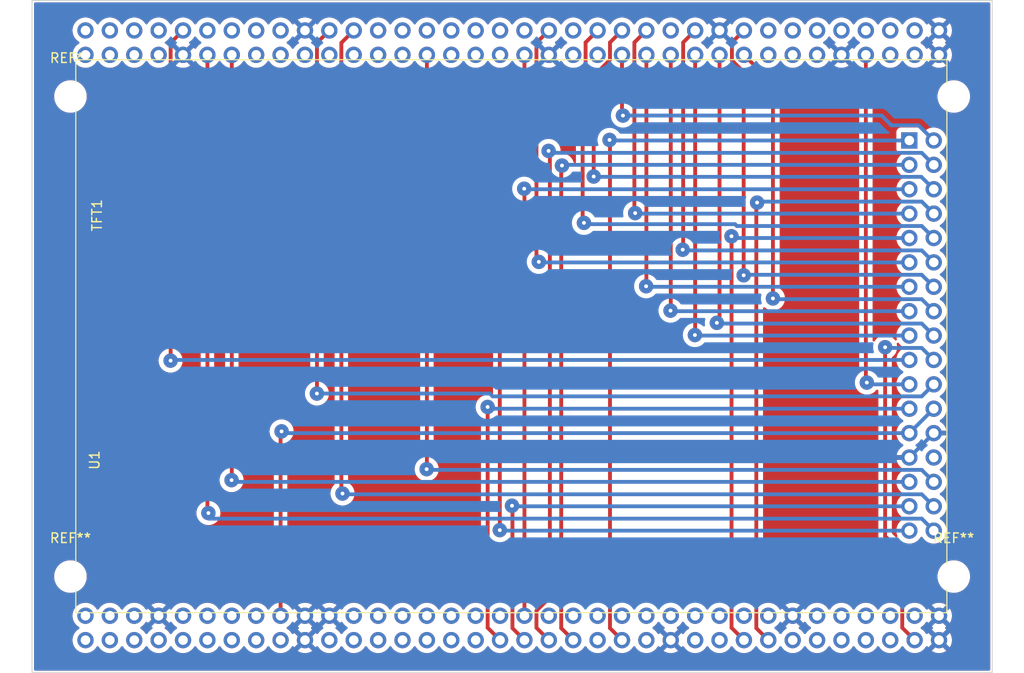
<source format=kicad_pcb>
(kicad_pcb (version 20221018) (generator pcbnew)
  (layers (0 "F.Cu" signal) (31 "B.Cu" signal) (34 "B.Paste" user) (35 "F.Paste" user) (36 "B.SilkS" user "B.Silkscreen") (37 "F.SilkS" user "F.Silkscreen") (38 "B.Mask" user) (39 "F.Mask" user) (44 "Edge.Cuts" user))
  (net 0 "")
  (net 17 "5V")
  (net 32 "LCD_RD")
  (net 34 "LCD_WR")
  (net 38 "LCD_CS")
  (net 50 "LCD_RST")
  (net 91 "LCD_RS")
  (net 99 "LCD_BL")
  (net 105 "GND")
  (net 107 "SPI_MISO")
  (net 108 "SPI_MOSI")
  (net 109 "PEN")
  (net 110 "F_CS")
  (net 111 "T_CS")
  (net 112 "SPI_CLK")
  (net 113 "SD_CS")
  (net 116 "D0")
  (net 117 "D1")
  (net 118 "D2")
  (net 119 "D3")
  (net 120 "D4")
  (net 121 "D5")
  (net 122 "D6")
  (net 123 "D7")
  (net 124 "D8")
  (net 125 "D9")
  (net 126 "D10")
  (net 127 "D11")
  (net 128 "D12")
  (net 129 "D13")
  (net 130 "D14")
  (net 131 "D15")
  (footprint "zombie_display:3.2_TFT_ILI9341" (layer "F.Cu") (at 205.284 66.168 180)
    (fp_text reference "TFT1" (at 88.52 -16.205 90) (layer "F.SilkS"))
    (fp_text value "3.2 TFT ILI9341 parallel")
    (fp_line (start 0 -57.6) (end 90.73 -57.6) (stroke (width 0.12)) (layer "F.SilkS"))
    (fp_line (start 0 0) (end 0 -57.6) (stroke (width 0.12)) (layer "F.SilkS"))
    (fp_line (start 0 0) (end 90.73 0) (stroke (width 0.12)) (layer "F.SilkS"))
    (fp_line (start 90.73 0) (end 90.73 -57.6) (stroke (width 0.12)) (layer "F.SilkS"))
    (pad "1" thru_hole rect (at 3.91 -8.413) (size 1.7 1.7) (drill 1) (layers "*.Cu" "*.Mask") (net 38 "LCD_CS"))
    (pad "2" thru_hole oval (at 1.37 -8.413) (size 1.7 1.7) (drill 1) (layers "*.Cu" "*.Mask") (net 91 "LCD_RS"))
    (pad "3" thru_hole oval (at 3.91 -10.953) (size 1.7 1.7) (drill 1) (layers "*.Cu" "*.Mask") (net 34 "LCD_WR"))
    (pad "4" thru_hole oval (at 1.37 -10.953) (size 1.7 1.7) (drill 1) (layers "*.Cu" "*.Mask") (net 32 "LCD_RD"))
    (pad "5" thru_hole oval (at 3.91 -13.493) (size 1.7 1.7) (drill 1) (layers "*.Cu" "*.Mask") (net 50 "LCD_RST"))
    (pad "6" thru_hole oval (at 1.37 -13.493) (size 1.7 1.7) (drill 1) (layers "*.Cu" "*.Mask") (net 116 "D0"))
    (pad "7" thru_hole oval (at 3.91 -16.033) (size 1.7 1.7) (drill 1) (layers "*.Cu" "*.Mask") (net 117 "D1"))
    (pad "8" thru_hole oval (at 1.37 -16.033) (size 1.7 1.7) (drill 1) (layers "*.Cu" "*.Mask") (net 118 "D2"))
    (pad "9" thru_hole oval (at 3.91 -18.573) (size 1.7 1.7) (drill 1) (layers "*.Cu" "*.Mask") (net 119 "D3"))
    (pad "10" thru_hole oval (at 1.37 -18.573) (size 1.7 1.7) (drill 1) (layers "*.Cu" "*.Mask") (net 120 "D4"))
    (pad "11" thru_hole oval (at 3.91 -21.113) (size 1.7 1.7) (drill 1) (layers "*.Cu" "*.Mask") (net 121 "D5"))
    (pad "12" thru_hole oval (at 1.37 -21.113) (size 1.7 1.7) (drill 1) (layers "*.Cu" "*.Mask") (net 122 "D6"))
    (pad "13" thru_hole oval (at 3.91 -23.653) (size 1.7 1.7) (drill 1) (layers "*.Cu" "*.Mask") (net 123 "D7"))
    (pad "14" thru_hole oval (at 1.37 -23.653) (size 1.7 1.7) (drill 1) (layers "*.Cu" "*.Mask") (net 124 "D8"))
    (pad "15" thru_hole oval (at 3.91 -26.193) (size 1.7 1.7) (drill 1) (layers "*.Cu" "*.Mask") (net 125 "D9"))
    (pad "16" thru_hole oval (at 1.37 -26.193) (size 1.7 1.7) (drill 1) (layers "*.Cu" "*.Mask") (net 126 "D10"))
    (pad "17" thru_hole oval (at 3.91 -28.733) (size 1.7 1.7) (drill 1) (layers "*.Cu" "*.Mask") (net 127 "D11"))
    (pad "18" thru_hole oval (at 1.37 -28.733) (size 1.7 1.7) (drill 1) (layers "*.Cu" "*.Mask") (net 128 "D12"))
    (pad "19" thru_hole oval (at 3.91 -31.273) (size 1.7 1.7) (drill 1) (layers "*.Cu" "*.Mask") (net 129 "D13"))
    (pad "20" thru_hole oval (at 1.37 -31.273) (size 1.7 1.7) (drill 1) (layers "*.Cu" "*.Mask") (net 130 "D14"))
    (pad "21" thru_hole oval (at 3.91 -33.813) (size 1.7 1.7) (drill 1) (layers "*.Cu" "*.Mask") (net 131 "D15"))
    (pad "22" thru_hole oval (at 1.37 -33.813) (size 1.7 1.7) (drill 1) (layers "*.Cu" "*.Mask") (net 113 "SD_CS"))
    (pad "23" thru_hole oval (at 3.91 -36.353) (size 1.7 1.7) (drill 1) (layers "*.Cu" "*.Mask") (net 99 "LCD_BL"))
    (pad "24" thru_hole oval (at 1.37 -36.353) (size 1.7 1.7) (drill 1) (layers "*.Cu" "*.Mask") (net 17 "5V"))
    (pad "25" thru_hole oval (at 3.91 -38.893) (size 1.7 1.7) (drill 1) (layers "*.Cu" "*.Mask") (net 17 "5V"))
    (pad "26" thru_hole oval (at 1.37 -38.893) (size 1.7 1.7) (drill 1) (layers "*.Cu" "*.Mask") (net 105 "GND"))
    (pad "27" thru_hole oval (at 3.91 -41.433) (size 1.7 1.7) (drill 1) (layers "*.Cu" "*.Mask") (net 105 "GND"))
    (pad "28" thru_hole oval (at 1.37 -41.433) (size 1.7 1.7) (drill 1) (layers "*.Cu" "*.Mask"))
    (pad "29" thru_hole oval (at 3.91 -43.973) (size 1.7 1.7) (drill 1) (layers "*.Cu" "*.Mask") (net 107 "SPI_MISO"))
    (pad "30" thru_hole oval (at 1.37 -43.973) (size 1.7 1.7) (drill 1) (layers "*.Cu" "*.Mask") (net 108 "SPI_MOSI"))
    (pad "31" thru_hole oval (at 3.91 -46.513) (size 1.7 1.7) (drill 1) (layers "*.Cu" "*.Mask") (net 109 "PEN"))
    (pad "32" thru_hole oval (at 1.37 -46.513) (size 1.7 1.7) (drill 1) (layers "*.Cu" "*.Mask") (net 110 "F_CS"))
    (pad "33" thru_hole oval (at 3.91 -49.053) (size 1.7 1.7) (drill 1) (layers "*.Cu" "*.Mask") (net 111 "T_CS"))
    (pad "34" thru_hole oval (at 1.37 -49.053) (size 1.7 1.7) (drill 1) (layers "*.Cu" "*.Mask") (net 112 "SPI_CLK"))
  )
  (footprint "MountingHole:MountingHole_3mm" (layer "F.Cu") (at 114 120)
    (fp_text reference "REF**" (at 0 -4) (layer "F.SilkS"))
    (fp_text value "MountingHole_3mm")
    (pad "" np_thru_hole circle (at 0 0) (size 3 3) (drill 3) (layers "*.Cu" "*.Mask"))
  )
  (footprint "MountingHole:MountingHole_3mm" (layer "F.Cu") (at 114 70)
    (fp_text reference "REF**" (at 0 -4) (layer "F.SilkS"))
    (fp_text value "MountingHole_3mm")
    (pad "" np_thru_hole circle (at 0 0) (size 3 3) (drill 3) (layers "*.Cu" "*.Mask"))
  )
  (footprint "MountingHole:MountingHole_3mm" (layer "F.Cu") (at 206 120)
    (fp_text reference "REF**" (at 0 -4) (layer "F.SilkS"))
    (fp_text value "MountingHole_3mm")
    (pad "" np_thru_hole circle (at 0 0) (size 3 3) (drill 3) (layers "*.Cu" "*.Mask"))
  )
  (footprint "MountingHole:MountingHole_3mm" (layer "F.Cu") (at 206 70)
    (fp_text reference "REF**" hide)
    (fp_text value "MountingHole_3mm")
    (pad "" np_thru_hole circle (at 0 0) (size 3 3) (drill 3) (layers "*.Cu" "*.Mask"))
  )
  (footprint "zombie_nucleo:ST_Morpho_Connector_144_Short" (layer "F.Cu") (at 115.564 126.623 90)
    (fp_text reference "U1" (at 18.75 0.95 90) (layer "F.SilkS"))
    (fp_text value "NUCLEO144")
    (pad "1" thru_hole circle (at 0 0 90) (size 1.7 1.7) (drill 1) (layers "*.Cu" "*.Mask"))
    (pad "2" thru_hole circle (at 2.54 0 90) (size 1.7 1.7) (drill 1) (layers "*.Cu" "*.Mask"))
    (pad "3" thru_hole circle (at 0 2.54 90) (size 1.7 1.7) (drill 1) (layers "*.Cu" "*.Mask"))
    (pad "4" thru_hole circle (at 2.54 2.54 90) (size 1.7 1.7) (drill 1) (layers "*.Cu" "*.Mask"))
    (pad "5" thru_hole circle (at 0 5.08 90) (size 1.7 1.7) (drill 1) (layers "*.Cu" "*.Mask"))
    (pad "6" thru_hole circle (at 2.54 5.08 90) (size 1.7 1.7) (drill 1) (layers "*.Cu" "*.Mask"))
    (pad "7" thru_hole circle (at 0 7.62 90) (size 1.7 1.7) (drill 1) (layers "*.Cu" "*.Mask"))
    (pad "8" thru_hole circle (at 2.54 7.62 90) (size 1.7 1.7) (drill 1) (layers "*.Cu" "*.Mask") (net 105 "GND"))
    (pad "9" thru_hole circle (at 0 10.16 90) (size 1.7 1.7) (drill 1) (layers "*.Cu" "*.Mask"))
    (pad "10" thru_hole circle (at 2.54 10.16 90) (size 1.7 1.7) (drill 1) (layers "*.Cu" "*.Mask"))
    (pad "11" thru_hole circle (at 0 12.7 90) (size 1.7 1.7) (drill 1) (layers "*.Cu" "*.Mask"))
    (pad "12" thru_hole circle (at 2.54 12.7 90) (size 1.7 1.7) (drill 1) (layers "*.Cu" "*.Mask"))
    (pad "13" thru_hole circle (at 0 15.24 90) (size 1.7 1.7) (drill 1) (layers "*.Cu" "*.Mask"))
    (pad "14" thru_hole circle (at 2.54 15.24 90) (size 1.7 1.7) (drill 1) (layers "*.Cu" "*.Mask"))
    (pad "15" thru_hole circle (at 0 17.78 90) (size 1.7 1.7) (drill 1) (layers "*.Cu" "*.Mask"))
    (pad "16" thru_hole circle (at 2.54 17.78 90) (size 1.7 1.7) (drill 1) (layers "*.Cu" "*.Mask"))
    (pad "17" thru_hole circle (at 0 20.32 90) (size 1.7 1.7) (drill 1) (layers "*.Cu" "*.Mask"))
    (pad "18" thru_hole circle (at 2.54 20.32 90) (size 1.7 1.7) (drill 1) (layers "*.Cu" "*.Mask") (net 17 "5V"))
    (pad "19" thru_hole circle (at 0 22.86 90) (size 1.7 1.7) (drill 1) (layers "*.Cu" "*.Mask") (net 105 "GND"))
    (pad "20" thru_hole circle (at 2.54 22.86 90) (size 1.7 1.7) (drill 1) (layers "*.Cu" "*.Mask") (net 105 "GND"))
    (pad "21" thru_hole circle (at 0 25.4 90) (size 1.7 1.7) (drill 1) (layers "*.Cu" "*.Mask"))
    (pad "22" thru_hole circle (at 2.54 25.4 90) (size 1.7 1.7) (drill 1) (layers "*.Cu" "*.Mask") (net 105 "GND"))
    (pad "23" thru_hole circle (at 0 27.94 90) (size 1.7 1.7) (drill 1) (layers "*.Cu" "*.Mask"))
    (pad "24" thru_hole circle (at 2.54 27.94 90) (size 1.7 1.7) (drill 1) (layers "*.Cu" "*.Mask"))
    (pad "25" thru_hole circle (at 0 30.48 90) (size 1.7 1.7) (drill 1) (layers "*.Cu" "*.Mask"))
    (pad "26" thru_hole circle (at 2.54 30.48 90) (size 1.7 1.7) (drill 1) (layers "*.Cu" "*.Mask"))
    (pad "27" thru_hole circle (at 0 33.02 90) (size 1.7 1.7) (drill 1) (layers "*.Cu" "*.Mask"))
    (pad "28" thru_hole circle (at 2.54 33.02 90) (size 1.7 1.7) (drill 1) (layers "*.Cu" "*.Mask"))
    (pad "29" thru_hole circle (at 0 35.56 90) (size 1.7 1.7) (drill 1) (layers "*.Cu" "*.Mask"))
    (pad "30" thru_hole circle (at 2.54 35.56 90) (size 1.7 1.7) (drill 1) (layers "*.Cu" "*.Mask"))
    (pad "31" thru_hole circle (at 0 38.1 90) (size 1.7 1.7) (drill 1) (layers "*.Cu" "*.Mask"))
    (pad "32" thru_hole circle (at 2.54 38.1 90) (size 1.7 1.7) (drill 1) (layers "*.Cu" "*.Mask"))
    (pad "33" thru_hole circle (at 0 40.64 90) (size 1.7 1.7) (drill 1) (layers "*.Cu" "*.Mask"))
    (pad "34" thru_hole circle (at 2.54 40.64 90) (size 1.7 1.7) (drill 1) (layers "*.Cu" "*.Mask"))
    (pad "35" thru_hole circle (at 0 43.18 90) (size 1.7 1.7) (drill 1) (layers "*.Cu" "*.Mask") (net 99 "LCD_BL"))
    (pad "36" thru_hole circle (at 2.54 43.18 90) (size 1.7 1.7) (drill 1) (layers "*.Cu" "*.Mask"))
    (pad "37" thru_hole circle (at 0 45.72 90) (size 1.7 1.7) (drill 1) (layers "*.Cu" "*.Mask") (net 109 "PEN"))
    (pad "38" thru_hole circle (at 2.54 45.72 90) (size 1.7 1.7) (drill 1) (layers "*.Cu" "*.Mask") (net 50 "LCD_RST"))
    (pad "39" thru_hole circle (at 0 48.26 90) (size 1.7 1.7) (drill 1) (layers "*.Cu" "*.Mask") (net 32 "LCD_RD"))
    (pad "40" thru_hole circle (at 2.54 48.26 90) (size 1.7 1.7) (drill 1) (layers "*.Cu" "*.Mask"))
    (pad "41" thru_hole circle (at 0 50.8 90) (size 1.7 1.7) (drill 1) (layers "*.Cu" "*.Mask") (net 34 "LCD_WR"))
    (pad "42" thru_hole circle (at 2.54 50.8 90) (size 1.7 1.7) (drill 1) (layers "*.Cu" "*.Mask"))
    (pad "43" thru_hole circle (at 0 53.34 90) (size 1.7 1.7) (drill 1) (layers "*.Cu" "*.Mask"))
    (pad "44" thru_hole circle (at 2.54 53.34 90) (size 1.7 1.7) (drill 1) (layers "*.Cu" "*.Mask"))
    (pad "45" thru_hole circle (at 0 55.88 90) (size 1.7 1.7) (drill 1) (layers "*.Cu" "*.Mask") (net 38 "LCD_CS"))
    (pad "46" thru_hole circle (at 2.54 55.88 90) (size 1.7 1.7) (drill 1) (layers "*.Cu" "*.Mask"))
    (pad "47" thru_hole circle (at 0 58.42 90) (size 1.7 1.7) (drill 1) (layers "*.Cu" "*.Mask"))
    (pad "48" thru_hole circle (at 2.54 58.42 90) (size 1.7 1.7) (drill 1) (layers "*.Cu" "*.Mask"))
    (pad "49" thru_hole circle (at 0 60.96 90) (size 1.7 1.7) (drill 1) (layers "*.Cu" "*.Mask") (net 105 "GND"))
    (pad "50" thru_hole circle (at 2.54 60.96 90) (size 1.7 1.7) (drill 1) (layers "*.Cu" "*.Mask"))
    (pad "51" thru_hole circle (at 0 63.5 90) (size 1.7 1.7) (drill 1) (layers "*.Cu" "*.Mask"))
    (pad "52" thru_hole circle (at 2.54 63.5 90) (size 1.7 1.7) (drill 1) (layers "*.Cu" "*.Mask"))
    (pad "53" thru_hole circle (at 0 66.04 90) (size 1.7 1.7) (drill 1) (layers "*.Cu" "*.Mask"))
    (pad "54" thru_hole circle (at 2.54 66.04 90) (size 1.7 1.7) (drill 1) (layers "*.Cu" "*.Mask"))
    (pad "55" thru_hole circle (at 0 68.58 90) (size 1.7 1.7) (drill 1) (layers "*.Cu" "*.Mask") (net 119 "D3"))
    (pad "56" thru_hole circle (at 2.54 68.58 90) (size 1.7 1.7) (drill 1) (layers "*.Cu" "*.Mask"))
    (pad "57" thru_hole circle (at 0 71.12 90) (size 1.7 1.7) (drill 1) (layers "*.Cu" "*.Mask") (net 118 "D2"))
    (pad "58" thru_hole circle (at 2.54 71.12 90) (size 1.7 1.7) (drill 1) (layers "*.Cu" "*.Mask"))
    (pad "59" thru_hole circle (at 0 73.66 90) (size 1.7 1.7) (drill 1) (layers "*.Cu" "*.Mask"))
    (pad "60" thru_hole circle (at 2.54 73.66 90) (size 1.7 1.7) (drill 1) (layers "*.Cu" "*.Mask") (net 105 "GND"))
    (pad "61" thru_hole circle (at 0 76.2 90) (size 1.7 1.7) (drill 1) (layers "*.Cu" "*.Mask"))
    (pad "62" thru_hole circle (at 2.54 76.2 90) (size 1.7 1.7) (drill 1) (layers "*.Cu" "*.Mask"))
    (pad "63" thru_hole circle (at 0 78.74 90) (size 1.7 1.7) (drill 1) (layers "*.Cu" "*.Mask"))
    (pad "64" thru_hole circle (at 2.54 78.74 90) (size 1.7 1.7) (drill 1) (layers "*.Cu" "*.Mask"))
    (pad "65" thru_hole circle (at 0 81.28 90) (size 1.7 1.7) (drill 1) (layers "*.Cu" "*.Mask"))
    (pad "66" thru_hole circle (at 2.54 81.28 90) (size 1.7 1.7) (drill 1) (layers "*.Cu" "*.Mask"))
    (pad "67" thru_hole circle (at 0 83.82 90) (size 1.7 1.7) (drill 1) (layers "*.Cu" "*.Mask"))
    (pad "68" thru_hole circle (at 2.54 83.82 90) (size 1.7 1.7) (drill 1) (layers "*.Cu" "*.Mask"))
    (pad "69" thru_hole circle (at 0 86.36 90) (size 1.7 1.7) (drill 1) (layers "*.Cu" "*.Mask") (net 130 "D14"))
    (pad "70" thru_hole circle (at 2.54 86.36 90) (size 1.7 1.7) (drill 1) (layers "*.Cu" "*.Mask"))
    (pad "71" thru_hole circle (at 0 88.9 90) (size 1.7 1.7) (drill 1) (layers "*.Cu" "*.Mask") (net 105 "GND"))
    (pad "72" thru_hole circle (at 2.54 88.9 90) (size 1.7 1.7) (drill 1) (layers "*.Cu" "*.Mask") (net 105 "GND"))
    (pad "73" thru_hole circle (at 60.96 0 90) (size 1.7 1.7) (drill 1) (layers "*.Cu" "*.Mask"))
    (pad "74" thru_hole circle (at 63.5 0 90) (size 1.7 1.7) (drill 1) (layers "*.Cu" "*.Mask"))
    (pad "75" thru_hole circle (at 60.96 2.54 90) (size 1.7 1.7) (drill 1) (layers "*.Cu" "*.Mask"))
    (pad "76" thru_hole circle (at 63.5 2.54 90) (size 1.7 1.7) (drill 1) (layers "*.Cu" "*.Mask"))
    (pad "77" thru_hole circle (at 60.96 5.08 90) (size 1.7 1.7) (drill 1) (layers "*.Cu" "*.Mask"))
    (pad "78" thru_hole circle (at 63.5 5.08 90) (size 1.7 1.7) (drill 1) (layers "*.Cu" "*.Mask"))
    (pad "79" thru_hole circle (at 60.96 7.62 90) (size 1.7 1.7) (drill 1) (layers "*.Cu" "*.Mask"))
    (pad "80" thru_hole circle (at 63.5 7.62 90) (size 1.7 1.7) (drill 1) (layers "*.Cu" "*.Mask"))
    (pad "81" thru_hole circle (at 60.96 10.16 90) (size 1.7 1.7) (drill 1) (layers "*.Cu" "*.Mask") (net 105 "GND"))
    (pad "82" thru_hole circle (at 63.5 10.16 90) (size 1.7 1.7) (drill 1) (layers "*.Cu" "*.Mask") (net 129 "D13"))
    (pad "83" thru_hole circle (at 60.96 12.7 90) (size 1.7 1.7) (drill 1) (layers "*.Cu" "*.Mask") (net 112 "SPI_CLK"))
    (pad "84" thru_hole circle (at 63.5 12.7 90) (size 1.7 1.7) (drill 1) (layers "*.Cu" "*.Mask"))
    (pad "85" thru_hole circle (at 60.96 15.24 90) (size 1.7 1.7) (drill 1) (layers "*.Cu" "*.Mask") (net 107 "SPI_MISO"))
    (pad "86" thru_hole circle (at 63.5 15.24 90) (size 1.7 1.7) (drill 1) (layers "*.Cu" "*.Mask"))
    (pad "87" thru_hole circle (at 60.96 17.78 90) (size 1.7 1.7) (drill 1) (layers "*.Cu" "*.Mask"))
    (pad "88" thru_hole circle (at 63.5 17.78 90) (size 1.7 1.7) (drill 1) (layers "*.Cu" "*.Mask"))
    (pad "89" thru_hole circle (at 60.96 20.32 90) (size 1.7 1.7) (drill 1) (layers "*.Cu" "*.Mask"))
    (pad "90" thru_hole circle (at 63.5 20.32 90) (size 1.7 1.7) (drill 1) (layers "*.Cu" "*.Mask"))
    (pad "91" thru_hole circle (at 60.96 22.86 90) (size 1.7 1.7) (drill 1) (layers "*.Cu" "*.Mask"))
    (pad "92" thru_hole circle (at 63.5 22.86 90) (size 1.7 1.7) (drill 1) (layers "*.Cu" "*.Mask") (net 105 "GND"))
    (pad "93" thru_hole circle (at 60.96 25.4 90) (size 1.7 1.7) (drill 1) (layers "*.Cu" "*.Mask"))
    (pad "94" thru_hole circle (at 63.5 25.4 90) (size 1.7 1.7) (drill 1) (layers "*.Cu" "*.Mask") (net 113 "SD_CS"))
    (pad "95" thru_hole circle (at 60.96 27.94 90) (size 1.7 1.7) (drill 1) (layers "*.Cu" "*.Mask"))
    (pad "96" thru_hole circle (at 63.5 27.94 90) (size 1.7 1.7) (drill 1) (layers "*.Cu" "*.Mask") (net 110 "F_CS"))
    (pad "97" thru_hole circle (at 60.96 30.48 90) (size 1.7 1.7) (drill 1) (layers "*.Cu" "*.Mask"))
    (pad "98" thru_hole circle (at 63.5 30.48 90) (size 1.7 1.7) (drill 1) (layers "*.Cu" "*.Mask"))
    (pad "99" thru_hole circle (at 60.96 33.02 90) (size 1.7 1.7) (drill 1) (layers "*.Cu" "*.Mask"))
    (pad "100" thru_hole circle (at 63.5 33.02 90) (size 1.7 1.7) (drill 1) (layers "*.Cu" "*.Mask"))
    (pad "101" thru_hole circle (at 60.96 35.56 90) (size 1.7 1.7) (drill 1) (layers "*.Cu" "*.Mask") (net 108 "SPI_MOSI"))
    (pad "102" thru_hole circle (at 63.5 35.56 90) (size 1.7 1.7) (drill 1) (layers "*.Cu" "*.Mask"))
    (pad "103" thru_hole circle (at 60.96 38.1 90) (size 1.7 1.7) (drill 1) (layers "*.Cu" "*.Mask"))
    (pad "104" thru_hole circle (at 63.5 38.1 90) (size 1.7 1.7) (drill 1) (layers "*.Cu" "*.Mask"))
    (pad "105" thru_hole circle (at 60.96 40.64 90) (size 1.7 1.7) (drill 1) (layers "*.Cu" "*.Mask"))
    (pad "106" thru_hole circle (at 63.5 40.64 90) (size 1.7 1.7) (drill 1) (layers "*.Cu" "*.Mask"))
    (pad "107" thru_hole circle (at 60.96 43.18 90) (size 1.7 1.7) (drill 1) (layers "*.Cu" "*.Mask"))
    (pad "108" thru_hole circle (at 63.5 43.18 90) (size 1.7 1.7) (drill 1) (layers "*.Cu" "*.Mask"))
    (pad "109" thru_hole circle (at 60.96 45.72 90) (size 1.7 1.7) (drill 1) (layers "*.Cu" "*.Mask") (net 111 "T_CS"))
    (pad "110" thru_hole circle (at 63.5 45.72 90) (size 1.7 1.7) (drill 1) (layers "*.Cu" "*.Mask"))
    (pad "111" thru_hole circle (at 60.96 48.26 90) (size 1.7 1.7) (drill 1) (layers "*.Cu" "*.Mask") (net 105 "GND"))
    (pad "112" thru_hole circle (at 63.5 48.26 90) (size 1.7 1.7) (drill 1) (layers "*.Cu" "*.Mask") (net 121 "D5"))
    (pad "113" thru_hole circle (at 60.96 50.8 90) (size 1.7 1.7) (drill 1) (layers "*.Cu" "*.Mask"))
    (pad "114" thru_hole circle (at 63.5 50.8 90) (size 1.7 1.7) (drill 1) (layers "*.Cu" "*.Mask"))
    (pad "115" thru_hole circle (at 60.96 53.34 90) (size 1.7 1.7) (drill 1) (layers "*.Cu" "*.Mask"))
    (pad "116" thru_hole circle (at 63.5 53.34 90) (size 1.7 1.7) (drill 1) (layers "*.Cu" "*.Mask") (net 120 "D4"))
    (pad "117" thru_hole circle (at 60.96 55.88 90) (size 1.7 1.7) (drill 1) (layers "*.Cu" "*.Mask") (net 91 "LCD_RS"))
    (pad "118" thru_hole circle (at 63.5 55.88 90) (size 1.7 1.7) (drill 1) (layers "*.Cu" "*.Mask") (net 116 "D0"))
    (pad "119" thru_hole circle (at 60.96 58.42 90) (size 1.7 1.7) (drill 1) (layers "*.Cu" "*.Mask") (net 123 "D7"))
    (pad "120" thru_hole circle (at 63.5 58.42 90) (size 1.7 1.7) (drill 1) (layers "*.Cu" "*.Mask") (net 117 "D1"))
    (pad "121" thru_hole circle (at 60.96 60.96 90) (size 1.7 1.7) (drill 1) (layers "*.Cu" "*.Mask") (net 125 "D9"))
    (pad "122" thru_hole circle (at 63.5 60.96 90) (size 1.7 1.7) (drill 1) (layers "*.Cu" "*.Mask"))
    (pad "123" thru_hole circle (at 60.96 63.5 90) (size 1.7 1.7) (drill 1) (layers "*.Cu" "*.Mask") (net 127 "D11"))
    (pad "124" thru_hole circle (at 63.5 63.5 90) (size 1.7 1.7) (drill 1) (layers "*.Cu" "*.Mask") (net 122 "D6"))
    (pad "125" thru_hole circle (at 60.96 66.04 90) (size 1.7 1.7) (drill 1) (layers "*.Cu" "*.Mask") (net 128 "D12"))
    (pad "126" thru_hole circle (at 63.5 66.04 90) (size 1.7 1.7) (drill 1) (layers "*.Cu" "*.Mask") (net 105 "GND"))
    (pad "127" thru_hole circle (at 60.96 68.58 90) (size 1.7 1.7) (drill 1) (layers "*.Cu" "*.Mask") (net 126 "D10"))
    (pad "128" thru_hole circle (at 63.5 68.58 90) (size 1.7 1.7) (drill 1) (layers "*.Cu" "*.Mask") (net 124 "D8"))
    (pad "129" thru_hole circle (at 60.96 71.12 90) (size 1.7 1.7) (drill 1) (layers "*.Cu" "*.Mask"))
    (pad "130" thru_hole circle (at 63.5 71.12 90) (size 1.7 1.7) (drill 1) (layers "*.Cu" "*.Mask"))
    (pad "131" thru_hole circle (at 60.96 73.66 90) (size 1.7 1.7) (drill 1) (layers "*.Cu" "*.Mask"))
    (pad "132" thru_hole circle (at 63.5 73.66 90) (size 1.7 1.7) (drill 1) (layers "*.Cu" "*.Mask"))
    (pad "133" thru_hole circle (at 60.96 76.2 90) (size 1.7 1.7) (drill 1) (layers "*.Cu" "*.Mask"))
    (pad "134" thru_hole circle (at 63.5 76.2 90) (size 1.7 1.7) (drill 1) (layers "*.Cu" "*.Mask"))
    (pad "135" thru_hole circle (at 60.96 78.74 90) (size 1.7 1.7) (drill 1) (layers "*.Cu" "*.Mask") (net 105 "GND"))
    (pad "136" thru_hole circle (at 63.5 78.74 90) (size 1.7 1.7) (drill 1) (layers "*.Cu" "*.Mask"))
    (pad "137" thru_hole circle (at 60.96 81.28 90) (size 1.7 1.7) (drill 1) (layers "*.Cu" "*.Mask") (net 131 "D15"))
    (pad "138" thru_hole circle (at 63.5 81.28 90) (size 1.7 1.7) (drill 1) (layers "*.Cu" "*.Mask"))
    (pad "139" thru_hole circle (at 60.96 83.82 90) (size 1.7 1.7) (drill 1) (layers "*.Cu" "*.Mask"))
    (pad "140" thru_hole circle (at 63.5 83.82 90) (size 1.7 1.7) (drill 1) (layers "*.Cu" "*.Mask"))
    (pad "141" thru_hole circle (at 60.96 86.36 90) (size 1.7 1.7) (drill 1) (layers "*.Cu" "*.Mask"))
    (pad "142" thru_hole circle (at 63.5 86.36 90) (size 1.7 1.7) (drill 1) (layers "*.Cu" "*.Mask"))
    (pad "143" thru_hole circle (at 60.96 88.9 90) (size 1.7 1.7) (drill 1) (layers "*.Cu" "*.Mask") (net 105 "GND"))
    (pad "144" thru_hole circle (at 63.5 88.9 90) (size 1.7 1.7) (drill 1) (layers "*.Cu" "*.Mask") (net 105 "GND"))
  )
  (gr_rect (start 110 60) (end 210 130) (stroke (width 0.1)) (fill none) (layer "Edge.Cuts"))
  (segment (start 135.884 104.979) (end 135.884 124.083) (width 0.4) (layer "F.Cu") (net 17))
  (segment (start 135.985 104.878) (end 135.884 104.979) (width 0.4) (layer "F.Cu") (net 17))
  (via (at 135.985 104.878) (size 1.5) (drill 0.4) (layers "F.Cu" "B.Cu") (net 17))
  (segment (start 203.914 102.521) (end 201.374 105.061) (width 0.4) (layer "B.Cu") (net 17))
  (segment (start 201.374 105.061) (end 136.168 105.061) (width 0.4) (layer "B.Cu") (net 17))
  (segment (start 136.168 105.061) (end 135.985 104.878) (width 0.4) (layer "B.Cu") (net 17))
  (segment (start 163.798 75.668) (end 163.932 75.802) (width 0.4) (layer "F.Cu") (net 32))
  (segment (start 162.534 125.333) (end 163.824 126.623) (width 0.4) (layer "F.Cu") (net 32))
  (segment (start 162.534 123.565233) (end 162.534 125.333) (width 0.4) (layer "F.Cu") (net 32))
  (segment (start 163.932 122.167233) (end 162.534 123.565233) (width 0.4) (layer "F.Cu") (net 32))
  (segment (start 163.932 75.802) (end 163.932 122.167233) (width 0.4) (layer "F.Cu") (net 32))
  (via (at 163.798 75.668) (size 1.5) (drill 0.4) (layers "F.Cu" "B.Cu") (net 32))
  (segment (start 164.001 75.871) (end 163.798 75.668) (width 0.4) (layer "B.Cu") (net 32))
  (segment (start 203.914 77.121) (end 202.664 75.871) (width 0.4) (layer "B.Cu") (net 32))
  (segment (start 202.664 75.871) (end 164.001 75.871) (width 0.4) (layer "B.Cu") (net 32))
  (segment (start 165.114 125.373) (end 166.364 126.623) (width 0.4) (layer "F.Cu") (net 34))
  (segment (start 165.195 77.192) (end 165.114 77.273) (width 0.4) (layer "F.Cu") (net 34))
  (segment (start 165.114 77.273) (end 165.114 125.373) (width 0.4) (layer "F.Cu") (net 34))
  (via (at 165.195 77.192) (size 1.5) (drill 0.4) (layers "F.Cu" "B.Cu") (net 34))
  (segment (start 165.266 77.121) (end 165.195 77.192) (width 0.4) (layer "B.Cu") (net 34))
  (segment (start 201.374 77.121) (end 165.266 77.121) (width 0.4) (layer "B.Cu") (net 34))
  (segment (start 170.194 125.373) (end 171.444 126.623) (width 0.4) (layer "F.Cu") (net 38))
  (segment (start 170.148 74.525) (end 170.194 74.571) (width 0.4) (layer "F.Cu") (net 38))
  (segment (start 170.194 74.571) (end 170.194 125.373) (width 0.4) (layer "F.Cu") (net 38))
  (via (at 170.148 74.525) (size 1.5) (drill 0.4) (layers "F.Cu" "B.Cu") (net 38))
  (segment (start 170.204 74.581) (end 170.148 74.525) (width 0.4) (layer "B.Cu") (net 38))
  (segment (start 201.374 74.581) (end 170.204 74.581) (width 0.4) (layer "B.Cu") (net 38))
  (segment (start 161.258 79.605) (end 161.284 79.631) (width 0.4) (layer "F.Cu") (net 50))
  (segment (start 161.284 79.631) (end 161.284 124.083) (width 0.4) (layer "F.Cu") (net 50))
  (via (at 161.258 79.605) (size 1.5) (drill 0.4) (layers "F.Cu" "B.Cu") (net 50))
  (segment (start 161.314 79.661) (end 161.258 79.605) (width 0.4) (layer "B.Cu") (net 50))
  (segment (start 201.374 79.661) (end 161.314 79.661) (width 0.4) (layer "B.Cu") (net 50))
  (segment (start 171.444 71.884) (end 171.444 65.663) (width 0.4) (layer "F.Cu") (net 91))
  (segment (start 171.545 71.985) (end 171.444 71.884) (width 0.4) (layer "F.Cu") (net 91))
  (via (at 171.545 71.985) (size 1.5) (drill 0.4) (layers "F.Cu" "B.Cu") (net 91))
  (segment (start 199.5 73) (end 198.485 71.985) (width 0.4) (layer "B.Cu") (net 91))
  (segment (start 199.5 73) (end 202.333 73) (width 0.4) (layer "B.Cu") (net 91))
  (segment (start 202.333 73) (end 203.914 74.581) (width 0.4) (layer "B.Cu") (net 91))
  (segment (start 198.485 71.985) (end 171.545 71.985) (width 0.4) (layer "B.Cu") (net 91))
  (segment (start 157.454 125.333) (end 158.744 126.623) (width 0.4) (layer "F.Cu") (net 99))
  (segment (start 157.448 102.338) (end 157.454 102.344) (width 0.4) (layer "F.Cu") (net 99))
  (segment (start 157.454 102.344) (end 157.454 125.333) (width 0.4) (layer "F.Cu") (net 99))
  (via (at 157.448 102.338) (size 1.5) (drill 0.4) (layers "F.Cu" "B.Cu") (net 99))
  (segment (start 201.374 102.521) (end 157.631 102.521) (width 0.4) (layer "B.Cu") (net 99))
  (segment (start 157.631 102.521) (end 157.448 102.338) (width 0.4) (layer "B.Cu") (net 99))
  (segment (start 203.914 105.061) (end 201.374 107.601) (width 0.4) (layer "B.Cu") (net 105))
  (segment (start 130.804 109.932) (end 130.804 65.663) (width 0.4) (layer "F.Cu") (net 107))
  (segment (start 130.778 109.958) (end 130.804 109.932) (width 0.4) (layer "F.Cu") (net 107))
  (via (at 130.778 109.958) (size 1.5) (drill 0.4) (layers "F.Cu" "B.Cu") (net 107))
  (segment (start 201.374 110.141) (end 130.961 110.141) (width 0.4) (layer "B.Cu") (net 107))
  (segment (start 130.961 110.141) (end 130.778 109.958) (width 0.4) (layer "B.Cu") (net 107))
  (segment (start 151.124 108.789) (end 151.124 65.663) (width 0.4) (layer "F.Cu") (net 108))
  (segment (start 151.098 108.815) (end 151.124 108.789) (width 0.4) (layer "F.Cu") (net 108))
  (via (at 151.098 108.815) (size 1.5) (drill 0.4) (layers "F.Cu" "B.Cu") (net 108))
  (segment (start 202.664 108.891) (end 151.174 108.891) (width 0.4) (layer "B.Cu") (net 108))
  (segment (start 203.914 110.141) (end 202.664 108.891) (width 0.4) (layer "B.Cu") (net 108))
  (segment (start 151.174 108.891) (end 151.098 108.815) (width 0.4) (layer "B.Cu") (net 108))
  (segment (start 160.034 112.671) (end 160.034 125.373) (width 0.4) (layer "F.Cu") (net 109))
  (segment (start 160.034 125.373) (end 161.284 126.623) (width 0.4) (layer "F.Cu") (net 109))
  (segment (start 159.988 112.625) (end 160.034 112.671) (width 0.4) (layer "F.Cu") (net 109))
  (via (at 159.988 112.625) (size 1.5) (drill 0.4) (layers "F.Cu" "B.Cu") (net 109))
  (segment (start 201.374 112.681) (end 160.044 112.681) (width 0.4) (layer "B.Cu") (net 109))
  (segment (start 160.044 112.681) (end 159.988 112.625) (width 0.4) (layer "B.Cu") (net 109))
  (segment (start 142.214 111.234) (end 142.214 64.413) (width 0.4) (layer "F.Cu") (net 110))
  (segment (start 142.335 111.355) (end 142.214 111.234) (width 0.4) (layer "F.Cu") (net 110))
  (segment (start 142.214 64.413) (end 143.504 63.123) (width 0.4) (layer "F.Cu") (net 110))
  (via (at 142.335 111.355) (size 1.5) (drill 0.4) (layers "F.Cu" "B.Cu") (net 110))
  (segment (start 142.411 111.431) (end 142.335 111.355) (width 0.4) (layer "B.Cu") (net 110))
  (segment (start 203.914 112.681) (end 202.664 111.431) (width 0.4) (layer "B.Cu") (net 110))
  (segment (start 202.664 111.431) (end 142.411 111.431) (width 0.4) (layer "B.Cu") (net 110))
  (segment (start 158.718 72.112) (end 161.284 69.546) (width 0.4) (layer "F.Cu") (net 111))
  (segment (start 158.718 115.165) (end 158.718 72.112) (width 0.4) (layer "F.Cu") (net 111))
  (segment (start 161.284 69.546) (end 161.284 65.663) (width 0.4) (layer "F.Cu") (net 111))
  (via (at 158.718 115.165) (size 1.5) (drill 0.4) (layers "F.Cu" "B.Cu") (net 111))
  (segment (start 158.774 115.221) (end 158.718 115.165) (width 0.4) (layer "B.Cu") (net 111))
  (segment (start 201.374 115.221) (end 158.774 115.221) (width 0.4) (layer "B.Cu") (net 111))
  (segment (start 128.365 113.387) (end 128.264 113.286) (width 0.4) (layer "F.Cu") (net 112))
  (segment (start 128.264 113.286) (end 128.264 65.663) (width 0.4) (layer "F.Cu") (net 112))
  (via (at 128.365 113.387) (size 1.5) (drill 0.4) (layers "F.Cu" "B.Cu") (net 112))
  (segment (start 128.238 113.768) (end 128.365 113.641) (width 0.4) (layer "B.Cu") (net 112))
  (segment (start 128.441 113.971) (end 128.238 113.768) (width 0.4) (layer "B.Cu") (net 112))
  (segment (start 203.914 115.221) (end 202.664 113.971) (width 0.4) (layer "B.Cu") (net 112))
  (segment (start 128.365 113.641) (end 128.365 113.387) (width 0.4) (layer "B.Cu") (net 112))
  (segment (start 202.664 113.971) (end 128.441 113.971) (width 0.4) (layer "B.Cu") (net 112))
  (segment (start 139.674 64.413) (end 140.964 63.123) (width 0.4) (layer "F.Cu") (net 113))
  (segment (start 139.674 100.935) (end 139.674 64.413) (width 0.4) (layer "F.Cu") (net 113))
  (segment (start 139.668 100.941) (end 139.674 100.935) (width 0.4) (layer "F.Cu") (net 113))
  (via (at 139.668 100.941) (size 1.5) (drill 0.4) (layers "F.Cu" "B.Cu") (net 113))
  (segment (start 202.664 101.231) (end 157.967346 101.231) (width 0.4) (layer "B.Cu") (net 113))
  (segment (start 203.914 99.981) (end 202.664 101.231) (width 0.4) (layer "B.Cu") (net 113))
  (segment (start 157.967346 101.231) (end 157.677346 100.941) (width 0.4) (layer "B.Cu") (net 113))
  (segment (start 157.677346 100.941) (end 139.668 100.941) (width 0.4) (layer "B.Cu") (net 113))
  (segment (start 170.194 64.373) (end 171.444 63.123) (width 0.4) (layer "F.Cu") (net 116))
  (segment (start 170.194 66.180767) (end 170.194 64.373) (width 0.4) (layer "F.Cu") (net 116))
  (segment (start 168.497 78.335) (end 168.497 67.877767) (width 0.4) (layer "F.Cu") (net 116))
  (segment (start 168.497 67.877767) (end 170.194 66.180767) (width 0.4) (layer "F.Cu") (net 116))
  (via (at 168.497 78.335) (size 1.5) (drill 0.4) (layers "F.Cu" "B.Cu") (net 116))
  (segment (start 202.624 78.371) (end 168.533 78.371) (width 0.4) (layer "B.Cu") (net 116))
  (segment (start 203.914 79.661) (end 202.624 78.371) (width 0.4) (layer "B.Cu") (net 116))
  (segment (start 168.533 78.371) (end 168.497 78.335) (width 0.4) (layer "B.Cu") (net 116))
  (segment (start 172.734 64.373) (end 173.984 63.123) (width 0.4) (layer "F.Cu") (net 117))
  (segment (start 172.815 82.145) (end 172.734 82.064) (width 0.4) (layer "F.Cu") (net 117))
  (segment (start 172.734 82.064) (end 172.734 64.373) (width 0.4) (layer "F.Cu") (net 117))
  (via (at 172.815 82.145) (size 1.5) (drill 0.4) (layers "F.Cu" "B.Cu") (net 117))
  (segment (start 172.871 82.201) (end 172.815 82.145) (width 0.4) (layer "B.Cu") (net 117))
  (segment (start 201.374 82.201) (end 172.871 82.201) (width 0.4) (layer "B.Cu") (net 117))
  (segment (start 185.434 125.373) (end 186.684 126.623) (width 0.4) (layer "F.Cu") (net 118))
  (segment (start 185.434 81.1325) (end 185.434 125.373) (width 0.4) (layer "F.Cu") (net 118))
  (segment (start 185.515 81.0515) (end 185.434 81.1325) (width 0.4) (layer "F.Cu") (net 118))
  (via (at 185.515 81.0515) (size 1.5) (drill 0.4) (layers "F.Cu" "B.Cu") (net 118))
  (segment (start 185.6155 80.951) (end 185.515 81.0515) (width 0.4) (layer "B.Cu") (net 118))
  (segment (start 202.664 80.951) (end 185.6155 80.951) (width 0.4) (layer "B.Cu") (net 118))
  (segment (start 203.914 82.201) (end 202.664 80.951) (width 0.4) (layer "B.Cu") (net 118))
  (segment (start 182.854 125.333) (end 184.144 126.623) (width 0.4) (layer "F.Cu") (net 119))
  (segment (start 182.848 84.558) (end 182.854 84.564) (width 0.4) (layer "F.Cu") (net 119))
  (segment (start 182.854 84.564) (end 182.854 125.333) (width 0.4) (layer "F.Cu") (net 119))
  (via (at 182.848 84.558) (size 1.5) (drill 0.4) (layers "F.Cu" "B.Cu") (net 119))
  (segment (start 183.031 84.741) (end 182.848 84.558) (width 0.4) (layer "B.Cu") (net 119))
  (segment (start 201.374 84.741) (end 183.031 84.741) (width 0.4) (layer "B.Cu") (net 119))
  (segment (start 167.654 64.373) (end 168.904 63.123) (width 0.4) (layer "F.Cu") (net 120))
  (segment (start 167.347 83.027) (end 167.347 67.547) (width 0.4) (layer "F.Cu") (net 120))
  (segment (start 167.654 67.24) (end 167.654 64.373) (width 0.4) (layer "F.Cu") (net 120))
  (segment (start 167.347 67.547) (end 167.654 67.24) (width 0.4) (layer "F.Cu") (net 120))
  (segment (start 167.481 83.161) (end 167.347 83.027) (width 0.4) (layer "F.Cu") (net 120))
  (via (at 167.481 83.161) (size 1.5) (drill 0.4) (layers "F.Cu" "B.Cu") (net 120))
  (segment (start 183.407346 83.491) (end 183.211346 83.295) (width 0.4) (layer "B.Cu") (net 120))
  (segment (start 203.914 84.741) (end 202.664 83.491) (width 0.4) (layer "B.Cu") (net 120))
  (segment (start 167.615 83.295) (end 167.481 83.161) (width 0.4) (layer "B.Cu") (net 120))
  (segment (start 202.664 83.491) (end 183.407346 83.491) (width 0.4) (layer "B.Cu") (net 120))
  (segment (start 183.211346 83.295) (end 167.615 83.295) (width 0.4) (layer "B.Cu") (net 120))
  (segment (start 162.534 86.977) (end 162.534 64.413) (width 0.4) (layer "F.Cu") (net 121))
  (segment (start 162.534 64.413) (end 163.824 63.123) (width 0.4) (layer "F.Cu") (net 121))
  (segment (start 162.782 87.225) (end 162.534 86.977) (width 0.4) (layer "F.Cu") (net 121))
  (via (at 162.782 87.225) (size 1.5) (drill 0.4) (layers "F.Cu" "B.Cu") (net 121))
  (segment (start 162.838 87.281) (end 162.782 87.225) (width 0.4) (layer "B.Cu") (net 121))
  (segment (start 201.374 87.281) (end 162.838 87.281) (width 0.4) (layer "B.Cu") (net 121))
  (segment (start 177.814 85.909) (end 177.814 64.373) (width 0.4) (layer "F.Cu") (net 122))
  (segment (start 177.768 85.955) (end 177.814 85.909) (width 0.4) (layer "F.Cu") (net 122))
  (segment (start 177.814 64.373) (end 179.064 63.123) (width 0.4) (layer "F.Cu") (net 122))
  (via (at 177.768 85.955) (size 1.5) (drill 0.4) (layers "F.Cu" "B.Cu") (net 122))
  (segment (start 203.914 87.281) (end 202.664 86.031) (width 0.4) (layer "B.Cu") (net 122))
  (segment (start 177.844 86.031) (end 177.768 85.955) (width 0.4) (layer "B.Cu") (net 122))
  (segment (start 202.664 86.031) (end 177.844 86.031) (width 0.4) (layer "B.Cu") (net 122))
  (segment (start 173.984 89.739) (end 173.984 65.663) (width 0.4) (layer "F.Cu") (net 123))
  (segment (start 173.958 89.765) (end 173.984 89.739) (width 0.4) (layer "F.Cu") (net 123))
  (via (at 173.958 89.765) (size 1.5) (drill 0.4) (layers "F.Cu" "B.Cu") (net 123))
  (segment (start 201.374 89.821) (end 174.014 89.821) (width 0.4) (layer "B.Cu") (net 123))
  (segment (start 174.014 89.821) (end 173.958 89.765) (width 0.4) (layer "B.Cu") (net 123))
  (segment (start 184.118 88.622) (end 184.118 67.456767) (width 0.4) (layer "F.Cu") (net 124))
  (segment (start 184.118 67.456767) (end 182.894 66.232767) (width 0.4) (layer "F.Cu") (net 124))
  (segment (start 182.894 66.232767) (end 182.894 64.373) (width 0.4) (layer "F.Cu") (net 124))
  (segment (start 182.894 64.373) (end 184.144 63.123) (width 0.4) (layer "F.Cu") (net 124))
  (via (at 184.118 88.622) (size 1.5) (drill 0.4) (layers "F.Cu" "B.Cu") (net 124))
  (segment (start 203.914 89.821) (end 202.664 88.571) (width 0.4) (layer "B.Cu") (net 124))
  (segment (start 184.169 88.571) (end 184.118 88.622) (width 0.4) (layer "B.Cu") (net 124))
  (segment (start 202.664 88.571) (end 184.169 88.571) (width 0.4) (layer "B.Cu") (net 124))
  (segment (start 176.498 92.305) (end 176.524 92.279) (width 0.4) (layer "F.Cu") (net 125))
  (segment (start 176.524 92.279) (end 176.524 65.663) (width 0.4) (layer "F.Cu") (net 125))
  (via (at 176.498 92.305) (size 1.5) (drill 0.4) (layers "F.Cu" "B.Cu") (net 125))
  (segment (start 176.554 92.361) (end 176.498 92.305) (width 0.4) (layer "B.Cu") (net 125))
  (segment (start 201.374 92.361) (end 176.554 92.361) (width 0.4) (layer "B.Cu") (net 125))
  (segment (start 187.166 68.685) (end 184.144 65.663) (width 0.4) (layer "F.Cu") (net 126))
  (segment (start 187.166 91.035) (end 187.166 68.685) (width 0.4) (layer "F.Cu") (net 126))
  (via (at 187.166 91.035) (size 1.5) (drill 0.4) (layers "F.Cu" "B.Cu") (net 126))
  (segment (start 202.664 91.111) (end 187.242 91.111) (width 0.4) (layer "B.Cu") (net 126))
  (segment (start 187.242 91.111) (end 187.166 91.035) (width 0.4) (layer "B.Cu") (net 126))
  (segment (start 203.914 92.361) (end 202.664 91.111) (width 0.4) (layer "B.Cu") (net 126))
  (segment (start 179.064 94.819) (end 179.064 65.663) (width 0.4) (layer "F.Cu") (net 127))
  (segment (start 179.038 94.845) (end 179.064 94.819) (width 0.4) (layer "F.Cu") (net 127))
  (via (at 179.038 94.845) (size 1.5) (drill 0.4) (layers "F.Cu" "B.Cu") (net 127))
  (segment (start 201.374 94.901) (end 179.094 94.901) (width 0.4) (layer "B.Cu") (net 127))
  (segment (start 179.094 94.901) (end 179.038 94.845) (width 0.4) (layer "B.Cu") (net 127))
  (segment (start 181.324 93.575) (end 181.604 93.295) (width 0.4) (layer "F.Cu") (net 128))
  (segment (start 181.604 93.295) (end 181.604 65.663) (width 0.4) (layer "F.Cu") (net 128))
  (via (at 181.324 93.575) (size 1.5) (drill 0.4) (layers "F.Cu" "B.Cu") (net 128))
  (segment (start 203.914 94.901) (end 202.664 93.651) (width 0.4) (layer "B.Cu") (net 128))
  (segment (start 202.664 93.651) (end 181.4 93.651) (width 0.4) (layer "B.Cu") (net 128))
  (segment (start 181.4 93.651) (end 181.324 93.575) (width 0.4) (layer "B.Cu") (net 128))
  (segment (start 124.428 97.512) (end 124.434 97.506) (width 0.4) (layer "F.Cu") (net 129))
  (segment (start 124.434 97.506) (end 124.434 64.413) (width 0.4) (layer "F.Cu") (net 129))
  (segment (start 124.434 64.413) (end 125.724 63.123) (width 0.4) (layer "F.Cu") (net 129))
  (via (at 124.428 97.512) (size 1.5) (drill 0.4) (layers "F.Cu" "B.Cu") (net 129))
  (segment (start 201.374 97.441) (end 124.499 97.441) (width 0.4) (layer "B.Cu") (net 129))
  (segment (start 124.499 97.441) (end 124.428 97.512) (width 0.4) (layer "B.Cu") (net 129))
  (segment (start 198.85 115.8) (end 200.634 117.584) (width 0.4) (layer "F.Cu") (net 130))
  (segment (start 198.85 96.115) (end 198.85 115.8) (width 0.4) (layer "F.Cu") (net 130))
  (segment (start 200.634 117.584) (end 200.634 125.333) (width 0.4) (layer "F.Cu") (net 130))
  (segment (start 200.634 125.333) (end 201.924 126.623) (width 0.4) (layer "F.Cu") (net 130))
  (via (at 198.85 96.115) (size 1.5) (drill 0.4) (layers "F.Cu" "B.Cu") (net 130))
  (segment (start 203.914 97.441) (end 202.664 96.191) (width 0.4) (layer "B.Cu") (net 130))
  (segment (start 198.926 96.191) (end 198.85 96.115) (width 0.4) (layer "B.Cu") (net 130))
  (segment (start 202.664 96.191) (end 198.926 96.191) (width 0.4) (layer "B.Cu") (net 130))
  (segment (start 196.945 99.798) (end 196.844 99.697) (width 0.4) (layer "F.Cu") (net 131))
  (segment (start 196.844 99.697) (end 196.844 65.663) (width 0.4) (layer "F.Cu") (net 131))
  (via (at 196.945 99.798) (size 1.5) (drill 0.4) (layers "F.Cu" "B.Cu") (net 131))
  (segment (start 201.374 99.981) (end 197.128 99.981) (width 0.4) (layer "B.Cu") (net 131))
  (segment (start 197.128 99.981) (end 196.945 99.798) (width 0.4) (layer "B.Cu") (net 131))
  (zone (net 105) (net_name "GND") (layers "F&B.Cu") (connect_pads (clearance 0.5)) (min_thickness 0.25) (fill yes (thermal_gap 0.5) (thermal_bridge_width 0.5))
    (polygon (pts (xy 110 130) (xy 210 130) (xy 210 60) (xy 110 60)))
  )
)
</source>
